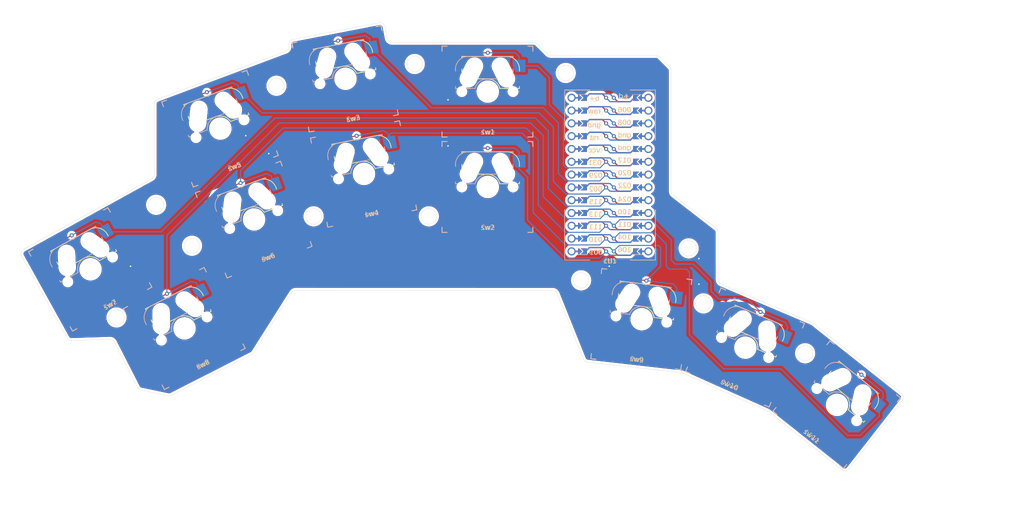
<source format=kicad_pcb>
(kicad_pcb (version 20241229) (generator "pcbnew") (generator_version "9.0")
  (layers (0 "F.Cu" signal) (2 "B.Cu" signal) (13 "F.Paste" user) (15 "B.Paste" user) (5 "F.SilkS" user "F.Silkscreen") (7 "B.SilkS" user "B.Silkscreen") (1 "F.Mask" user) (3 "B.Mask" user) (25 "Edge.Cuts" user))
  (net 0 "")
  (net 1 "sw2")
  (net 2 "sw1")
  (net 3 "sw3")
  (net 4 "sw4")
  (net 5 "sw5")
  (net 6 "gnd")
  (net 7 "sw7")
  (net 8 "sw8")
  (net 9 "sw6")
  (net 10 "sw9")
  (net 11 "sw10")
  (net 12 "sw11")
  (footprint "Library:MXHotSwapSwitch" (layer "F.Cu") (at 95.599921 49.474071 11)
    (property "Reference" "sw3" (hide yes))
    (property "Value" "~")
  )
  (footprint "Library:MXHotSwapSwitch" (layer "F.Cu") (at 72.11762 58.97966 20.36)
    (property "Reference" "sw5" (hide yes))
    (property "Value" "~")
  )
  (footprint "Library:MXHotSwapSwitch" (layer "F.Cu") (at 122.198037 71.098162)
    (property "Reference" "sw2" (hide yes))
    (property "Value" "~")
  )
  (footprint "Library:MXHotSwapSwitch" (layer "F.Cu") (at 151.684188 97.274138 -7)
    (property "Reference" "sw9" (hide yes))
    (property "Value" "~")
  )
  (footprint "Library:MXHotSwapSwitch" (layer "F.Cu") (at 186.083381 112.424457 -39)
    (property "Reference" "sw11" (hide yes))
    (property "Value" "~")
  )
  (footprint "Library:MXHotSwapSwitch" (layer "F.Cu") (at 47.5297 86.35309 29)
    (property "Reference" "sw7" (hide yes))
    (property "Value" "~")
  )
  (footprint "Library:MXHotSwapSwitch" (layer "F.Cu") (at 169.952023 102.301415 -23)
    (property "Reference" "sw10" (hide yes))
    (property "Value" "~")
  )
  (footprint "Library:MXHotSwapSwitch" (layer "F.Cu") (at 65.922541 98.221492 27)
    (property "Reference" "sw8" (hide yes))
    (property "Value" "~")
  )
  (footprint "Library:Nice!Nano" (layer "F.Cu") (at 146.452 78.26)
    (property "Reference" "ctl1" (hide yes))
    (property "Value" "Nice!Nano")
  )
  (footprint "Library:MXHotSwapSwitch" (layer "F.Cu") (at 122.198037 52.173162)
    (property "Reference" "sw1" (hide yes))
    (property "Value" "~")
  )
  (footprint "Library:MXHotSwapSwitch" (layer "F.Cu") (at 99.269178 68.350761 11)
    (property "Reference" "sw4" (hide yes))
    (property "Value" "~")
  )
  (footprint "Library:MXHotSwapSwitch" (layer "F.Cu") (at 78.808076 77.008269 20.36)
    (property "Reference" "sw6" (hide yes))
    (property "Value" "~")
  )
  (gr_arc (start 158.984624 64.100323) (mid 158.701269 63.75059) (end 158.6 63.312089) (stroke (width 0.05)) (layer "Edge.Cuts"))
  (gr_arc (start 160.645984 99.382534) (mid 160.796855 99.411514) (end 160.941472 99.463246) (stroke (width 0.05)) (layer "Edge.Cuts"))
  (gr_arc (start 131.2858 33.8) (mid 131.668469 33.87612) (end 131.996062 34.096062) (stroke (width 0.05)) (layer "Edge.Cuts"))
  (gr_line (start 102.24271 32.990807) (end 101.794229 30.683549) (stroke (width 0.05)) (layer "Edge.Cuts"))
  (gr_arc (start 158.3071 38.7071) (mid 158.52388 39.03153) (end 158.6 39.414214) (stroke (width 0.05)) (layer "Edge.Cuts"))
  (gr_arc (start 53.378175 102.800263) (mid 52.969362 102.610836) (end 52.700823 102.291764) (stroke (width 0.05)) (layer "Edge.Cuts"))
  (gr_arc (start 134.7142 36.4) (mid 134.331531 36.32388) (end 134.0101 36.1101) (stroke (width 0.05)) (layer "Edge.Cuts"))
  (gr_circle (center 137.668 39.878) (end 136.144 39.878) (stroke (width 0.05)) (fill no) (layer "Edge.Cuts"))
  (gr_circle (center 87.63 68.326) (end 86.106 68.326) (stroke (width 0.05)) (fill no) (layer "Edge.Cuts"))
  (gr_line (start 59.414237 103.839778) (end 75.401699 95.688154) (stroke (width 0.05)) (layer "Edge.Cuts"))
  (gr_circle (center 56.388 66.04) (end 54.864 66.04) (stroke (width 0.05)) (fill no) (layer "Edge.Cuts"))
  (gr_arc (start 204.322776 103.48115) (mid 204.694606 104.147743) (end 204.489085 104.880891) (stroke (width 0.05)) (layer "Edge.Cuts"))
  (gr_arc (start 56.000002 46.0287) (mid 56.178283 45.458808) (end 56.641759 45.095004) (stroke (width 0.05)) (layer "Edge.Cuts"))
  (gr_line (start 82.728151 34.381522) (end 82.739045 34.437564) (stroke (width 0.05)) (layer "Edge.Cuts"))
  (gr_line (start 100.622249 29.89264) (end 83.510445 33.210749) (stroke (width 0.05)) (layer "Edge.Cuts"))
  (gr_arc (start 186.510246 89.395446) (mid 186.630104 89.45611) (end 186.648906 89.467549) (stroke (width 0.05)) (layer "Edge.Cuts"))
  (gr_arc (start 75.75788 95.350596) (mid 75.571893 95.567918) (end 75.401699 95.688154) (stroke (width 0.05)) (layer "Edge.Cuts"))
  (gr_line (start 193.86881 118.45605) (end 204.489085 104.880891) (stroke (width 0.05)) (layer "Edge.Cuts"))
  (gr_arc (start 83.281665 83.465196) (mid 83.644404 83.124015) (end 84.126774 83.000112) (stroke (width 0.05)) (layer "Edge.Cuts"))
  (gr_line (start 204.322776 103.48115) (end 186.648906 89.467549) (stroke (width 0.05)) (layer "Edge.Cuts"))
  (gr_circle (center 185.166 95.504) (end 183.642 95.504) (stroke (width 0.05)) (fill no) (layer "Edge.Cuts"))
  (gr_line (start 131.2858 33.8) (end 103.2243 33.8) (stroke (width 0.05)) (layer "Edge.Cuts"))
  (gr_line (start 55.482908 60.855735) (end 30.077009 74.866354) (stroke (width 0.05)) (layer "Edge.Cuts"))
  (gr_line (start 177.901277 107.080463) (end 192.467202 118.629343) (stroke (width 0.05)) (layer "Edge.Cuts"))
  (gr_line (start 134.7142 36.4) (end 155.5858 36.4) (stroke (width 0.05)) (layer "Edge.Cuts"))
  (gr_line (start 39.611627 92.979612) (end 47.164676 92.721694) (stroke (width 0.05)) (layer "Edge.Cuts"))
  (gr_arc (start 59.414237 103.839778) (mid 59.092027 103.940144) (end 58.754785 103.927617) (stroke (width 0.05)) (layer "Edge.Cuts"))
  (gr_arc (start 47.164676 92.721694) (mid 47.70616 92.85938) (end 48.089255 93.266123) (stroke (width 0.05)) (layer "Edge.Cuts"))
  (gr_arc (start 100.622249 29.89264) (mid 101.371993 30.045445) (end 101.794229 30.683549) (stroke (width 0.05)) (layer "Edge.Cuts"))
  (gr_circle (center 140.716 81.026) (end 139.192 81.026) (stroke (width 0.05)) (fill no) (layer "Edge.Cuts"))
  (gr_line (start 167.512041 70.699756) (end 158.984624 64.100323) (stroke (width 0.05)) (layer "Edge.Cuts"))
  (gr_line (start 48.089255 93.266123) (end 52.700823 102.291764) (stroke (width 0.05)) (layer "Edge.Cuts"))
  (gr_arc (start 193.86881 118.45605) (mid 193.200058 118.832798) (end 192.467202 118.629343) (stroke (width 0.05)) (layer "Edge.Cuts"))
  (gr_arc (start 135.024204 83.0105) (mid 135.584095 83.182071) (end 135.953888 83.642657) (stroke (width 0.05)) (layer "Edge.Cuts"))
  (gr_line (start 168.509508 81.758668) (end 186.510246 89.395446) (stroke (width 0.05)) (layer "Edge.Cuts"))
  (gr_circle (center 165 85.6) (end 163.476 85.6) (stroke (width 0.05)) (fill no) (layer "Edge.Cuts"))
  (gr_arc (start 82.739045 34.437564) (mid 82.630004 35.11696) (end 82.097618 35.56889) (stroke (width 0.05)) (layer "Edge.Cuts"))
  (gr_arc (start 167.512041 70.699756) (mid 167.797784 71.050146) (end 167.9 71.485309) (stroke (width 0.05)) (layer "Edge.Cuts"))
  (gr_arc (start 168.509508 81.758668) (mid 168.066148 81.390027) (end 167.9 80.838) (stroke (width 0.05)) (layer "Edge.Cuts"))
  (gr_line (start 131.996062 34.096062) (end 134.0101 36.1101) (stroke (width 0.05)) (layer "Edge.Cuts"))
  (gr_line (start 53.378175 102.800263) (end 58.754785 103.927617) (stroke (width 0.05)) (layer "Edge.Cuts"))
  (gr_circle (center 110.49 68.326) (end 108.966 68.326) (stroke (width 0.05)) (fill no) (layer "Edge.Cuts"))
  (gr_line (start 141.992821 97.267227) (end 160.645984 99.382534) (stroke (width 0.05)) (layer "Edge.Cuts"))
  (gr_line (start 135.953888 83.642657) (end 141.179766 96.651759) (stroke (width 0.05)) (layer "Edge.Cuts"))
  (gr_circle (center 48.514 88.392) (end 46.99 88.392) (stroke (width 0.05)) (fill no) (layer "Edge.Cuts"))
  (gr_line (start 135.024204 83.0105) (end 84.126774 83.000112) (stroke (width 0.05)) (layer "Edge.Cuts"))
  (gr_arc (start 155.5858 36.4) (mid 155.968469 36.47612) (end 156.296062 36.696062) (stroke (width 0.05)) (layer "Edge.Cuts"))
  (gr_circle (center 107.696 38.1) (end 106.172 38.1) (stroke (width 0.05)) (fill no) (layer "Edge.Cuts"))
  (gr_arc (start 82.728151 34.381522) (mid 82.88087 33.631341) (end 83.510445 33.210749) (stroke (width 0.05)) (layer "Edge.Cuts"))
  (gr_line (start 156.296062 36.696062) (end 158.3071 38.7071) (stroke (width 0.05)) (layer "Edge.Cuts"))
  (gr_arc (start 103.2243 33.8) (mid 102.588238 33.571638) (end 102.24271 32.990807) (stroke (width 0.05)) (layer "Edge.Cuts"))
  (gr_arc (start 29.685639 76.227451) (mid 29.598692 75.466183) (end 30.077009 74.866354) (stroke (width 0.05)) (layer "Edge.Cuts"))
  (gr_arc (start 39.611627 92.979612) (mid 39.084746 92.850352) (end 38.705655 92.469967) (stroke (width 0.05)) (layer "Edge.Cuts"))
  (gr_circle (center 63.5 74.168) (end 61.976 74.168) (stroke (width 0.05)) (fill no) (layer "Edge.Cuts"))
  (gr_line (start 75.75788 95.350596) (end 83.281665 83.465196) (stroke (width 0.05)) (layer "Edge.Cuts"))
  (gr_arc (start 56 59.9801) (mid 55.861091 60.488551) (end 55.482908 60.855735) (stroke (width 0.05)) (layer "Edge.Cuts"))
  (gr_circle (center 162.052 74.676) (end 160.528 74.676) (stroke (width 0.05)) (fill no) (layer "Edge.Cuts"))
  (gr_circle (center 80.264 42.418) (end 78.74 42.418) (stroke (width 0.05)) (fill no) (layer "Edge.Cuts"))
  (gr_line (start 29.685639 76.227451) (end 38.705655 92.469967) (stroke (width 0.05)) (layer "Edge.Cuts"))
  (gr_line (start 82.097618 35.56889) (end 56.641759 45.095004) (stroke (width 0.05)) (layer "Edge.Cuts"))
  (gr_line (start 158.6 39.414214) (end 158.6 63.312089) (stroke (width 0.05)) (layer "Edge.Cuts"))
  (gr_arc (start 141.992821 97.267227) (mid 141.499647 97.069156) (end 141.179766 96.651759) (stroke (width 0.05)) (layer "Edge.Cuts"))
  (gr_line (start 56.000002 46.0287) (end 56 59.9801) (stroke (width 0.05)) (layer "Edge.Cuts"))
  (gr_arc (start 177.684817 106.948506) (mid 177.795888 107.006771) (end 177.901277 107.080463) (stroke (width 0.05)) (layer "Edge.Cuts"))
  (gr_line (start 167.9 80.838) (end 167.9 71.485309) (stroke (width 0.05)) (layer "Edge.Cuts"))
  (gr_line (start 160.941472 99.463246) (end 177.684817 106.948506) (stroke (width 0.05)) (layer "Edge.Cuts"))
  (segment (start 145.678 75.279) (end 144.357 76.6) (width 0.2) (layer "B.Cu") (net 1))
  (segment (start 128.418037 56.618037) (end 128.418037 57.418161) (width 0.2) (layer "B.Cu") (net 1))
  (segment (start 137.6 76.6) (end 130.1 69.1) (width 0.2) (layer "B.Cu") (net 1))
  (segment (start 144.357 76.6) (end 137.6 76.6) (width 0.2) (layer "B.Cu") (net 1))
  (segment (start 130.1 60.6) (end 128.398037 58.898037) (width 0.2) (layer "B.Cu") (net 1))
  (segment (start 130.1 69.1) (end 130.1 60.6) (width 0.2) (layer "B.Cu") (net 1))
  (segment (start 128.398037 58.898037) (end 128.398037 56.698162) (width 0.2) (layer "B.Cu") (net 1))
  (segment (start 128.418037 38.493161) (end 132.093161 38.493161) (width 0.2) (layer "B.Cu") (net 2))
  (segment (start 137.2 49) (end 137.2 58.2) (width 0.2) (layer "B.Cu") (net 2))
  (segment (start 132.093161 38.493161) (end 134.4 40.8) (width 0.2) (layer "B.Cu") (net 2))
  (segment (start 137.7 58.7) (end 144.477 58.7) (width 0.2) (layer "B.Cu") (net 2))
  (segment (start 144.477 58.7) (end 145.678 57.499) (width 0.2) (layer "B.Cu") (net 2))
  (segment (start 134.4 40.8) (end 134.4 46.2) (width 0.2) (layer "B.Cu") (net 2))
  (segment (start 134.4 46.2) (end 137.2 49) (width 0.2) (layer "B.Cu") (net 2))
  (segment (start 137.2 58.2) (end 137.7 58.7) (width 0.2) (layer "B.Cu") (net 2))
  (segment (start 136.2 59.8) (end 137.7 61.3) (width 0.2) (layer "B.Cu") (net 3))
  (segment (start 137.7 61.3) (end 144.417 61.3) (width 0.2) (layer "B.Cu") (net 3))
  (segment (start 98.957441 34.720645) (end 111.036797 46.8) (width 0.2) (layer "B.Cu") (net 3))
  (segment (start 133.2 46.8) (end 136.2 49.8) (width 0.2) (layer "B.Cu") (net 3))
  (segment (start 136.2 49.8) (end 136.2 59.8) (width 0.2) (layer "B.Cu") (net 3))
  (segment (start 144.417 61.3) (end 145.678 60.039) (width 0.2) (layer "B.Cu") (net 3))
  (segment (start 98.957441 34.253785) (end 98.957441 34.720645) (width 0.2) (layer "B.Cu") (net 3))
  (segment (start 111.036797 46.8) (end 133.2 46.8) (width 0.2) (layer "B.Cu") (net 3))
  (segment (start 129 51.8) (end 131.2 54) (width 0.2) (layer "B.Cu") (net 4))
  (segment (start 144.4 74) (end 137.6 74) (width 0.2) (layer "B.Cu") (net 4))
  (segment (start 102.764632 53.735268) (end 102.764632 52) (width 0.2) (layer "B.Cu") (net 4))
  (segment (start 145.678 72.739) (end 145.661 72.739) (width 0.2) (layer "B.Cu") (net 4))
  (segment (start 131.2 67.6) (end 137.6 74) (width 0.2) (layer "B.Cu") (net 4))
  (segment (start 145.661 72.739) (end 145 73.4) (width 0.2) (layer "B.Cu") (net 4))
  (segment (start 131.2 54) (end 131.2 67.6) (width 0.2) (layer "B.Cu") (net 4))
  (segment (start 102.764632 52) (end 102.964632 51.8) (width 0.2) (layer "B.Cu") (net 4))
  (segment (start 145 73.4) (end 144.4 74) (width 0.2) (layer "B.Cu") (net 4))
  (segment (start 102.964632 51.8) (end 129 51.8) (width 0.2) (layer "B.Cu") (net 4))
  (segment (start 144.357 63.9) (end 145.678 62.579) (width 0.2) (layer "B.Cu") (net 5))
  (segment (start 135.2 50.6) (end 135.2 61.4) (width 0.2) (layer "B.Cu") (net 5))
  (segment (start 132.4 47.8) (end 135.2 50.6) (width 0.2) (layer "B.Cu") (net 5))
  (segment (start 137.7 63.9) (end 144.357 63.9) (width 0.2) (layer "B.Cu") (net 5))
  (segment (start 77.398053 47.8) (end 78 47.8) (width 0.2) (layer "B.Cu") (net 5))
  (segment (start 135.2 61.4) (end 137.7 63.9) (width 0.2) (layer "B.Cu") (net 5))
  (segment (start 78 47.8) (end 132.4 47.8) (width 0.2) (layer "B.Cu") (net 5))
  (segment (start 72.920262 43.322209) (end 77.398053 47.8) (width 0.2) (layer "B.Cu") (net 5))
  (via (at 114.3 54.356) (size 0.6) (drill 0.3) (layers "F.Cu" "B.Cu") (net 6))
  (via (at 146.304 78.232) (size 0.6) (drill 0.3) (layers "F.Cu" "B.Cu") (net 6))
  (via (at 74.168 52.324) (size 0.6) (drill 0.3) (layers "F.Cu" "B.Cu") (net 6))
  (via (at 164.084 81.788) (size 0.6) (drill 0.3) (layers "F.Cu" "B.Cu") (net 6))
  (via (at 164.084 76.708) (size 0.6) (drill 0.3) (layers "F.Cu" "B.Cu") (net 6))
  (via (at 114.3 45.212) (size 0.6) (drill 0.3) (layers "F.Cu" "B.Cu") (net 6))
  (via (at 78.74 55.88) (size 0.6) (drill 0.3) (layers "F.Cu" "B.Cu") (net 6))
  (via (at 51.308 78.232) (size 0.6) (drill 0.3) (layers "F.Cu" "B.Cu") (net 6))
  (segment (start 57.4 71.4) (end 80 48.8) (width 0.2) (layer "B.Cu") (net 7))
  (segment (start 80 48.8) (end 131.6 48.8) (width 0.2) (layer "B.Cu") (net 7))
  (segment (start 134.2 62.8) (end 137.7 66.3) (width 0.2) (layer "B.Cu") (net 7))
  (segment (start 134.2 51.4) (end 134.2 62.8) (width 0.2) (layer "B.Cu") (net 7))
  (segment (start 131.6 48.8) (end 134.2 51.4) (width 0.2) (layer "B.Cu") (net 7))
  (segment (start 137.7 66.3) (end 144.5 66.3) (width 0.2) (layer "B.Cu") (net 7))
  (segment (start 145.678 65.122) (end 145.678 65.119) (width 0.2) (layer "B.Cu") (net 7))
  (segment (start 46.364862 71.4) (end 57.4 71.4) (width 0.2) (layer "B.Cu") (net 7))
  (segment (start 144.5 66.3) (end 145.678 65.122) (width 0.2) (layer "B.Cu") (net 7))
  (segment (start 64.909318 65.690682) (end 65.425 65.175) (width 0.2) (layer "B.Cu") (net 8))
  (segment (start 65.425 65.175) (end 80.8 49.8) (width 0.2) (layer "B.Cu") (net 8))
  (segment (start 130.7 49.8) (end 133.2 52.3) (width 0.2) (layer "B.Cu") (net 8))
  (segment (start 137.6 68.8) (end 144.5 68.8) (width 0.2) (layer "B.Cu") (net 8))
  (segment (start 80.8 49.8) (end 130.7 49.8) (width 0.2) (layer "B.Cu") (net 8))
  (segment (start 64.909318 65.690682) (end 58.522496 72.077504) (width 0.2) (layer "B.Cu") (net 8))
  (segment (start 145.641 67.659) (end 145.678 67.659) (width 0.2) (layer "B.Cu") (net 8))
  (segment (start 58.522496 72.077504) (end 58.522496 83.698086) (width 0.2) (layer "B.Cu") (net 8))
  (segment (start 144.5 68.8) (end 145.641 67.659) (width 0.2) (layer "B.Cu") (net 8))
  (segment (start 133.2 64.4) (end 137.6 68.8) (width 0.2) (layer "B.Cu") (net 8))
  (segment (start 133.2 52.3) (end 133.2 64.4) (width 0.2) (layer "B.Cu") (net 8))
  (segment (start 137.6 71.5) (end 132.2 66.1) (width 0.2) (layer "B.Cu") (net 9))
  (segment (start 132.2 53.2) (end 129.8 50.8) (width 0.2) (layer "B.Cu") (net 9))
  (segment (start 144.377 71.5) (end 137.6 71.5) (width 0.2) (layer "B.Cu") (net 9))
  (segment (start 81.6 50.8) (end 73.137019 59.262981) (width 0.2) (layer "B.Cu") (net 9))
  (segment (start 132.2 66.1) (end 132.2 53.2) (width 0.2) (layer "B.Cu") (net 9))
  (segment (start 129.8 50.8) (end 81.6 50.8) (width 0.2) (layer "B.Cu") (net 9))
  (segment (start 145.678 70.199) (end 144.377 71.5) (width 0.2) (layer "B.Cu") (net 9))
  (segment (start 73.137019 59.262981) (end 73.137019 61.72661) (width 0.2) (layer "B.Cu") (net 9))
  (segment (start 148.3 74.1) (end 156.1 74.1) (width 0.2) (layer "B.Cu") (net 10))
  (segment (start 153.670658 81.095636) (end 156.5 78.266294) (width 0.2) (layer "B.Cu") (net 10))
  (segment (start 156.5 78.266294) (end 156.5 77.7) (width 0.2) (layer "B.Cu") (net 10))
  (segment (start 147.202 75.279) (end 147.202 75.198) (width 0.2) (layer "B.Cu") (net 10))
  (segment (start 147.202 75.198) (end 148.3 74.1) (width 0.2) (layer "B.Cu") (net 10))
  (segment (start 156.5 77.7) (end 156.5 74.5) (width 0.2) (layer "B.Cu") (net 10))
  (segment (start 156.1 74.1) (end 156.2 74.2) (width 0.2) (layer "B.Cu") (net 10))
  (segment (start 156.5 74.5) (end 156.2 74.2) (width 0.2) (layer "B.Cu") (net 10))
  (segment (start 158.6 73) (end 158.6 77) (width 0.2) (layer "B.Cu") (net 11))
  (segment (start 168 84.7) (end 173.723754 84.7) (width 0.2) (layer "B.Cu") (net 11))
  (segment (start 173.723754 84.7) (end 176.32094 87.297186) (width 0.2) (layer "B.Cu") (net 11))
  (segment (start 154.6 69) (end 158.6 73) (width 0.2) (layer "B.Cu") (net 11))
  (segment (start 147.202 70.199) (end 148.401 69) (width 0.2) (layer "B.Cu") (net 11))
  (segment (start 159.4 77.8) (end 163 77.8) (width 0.2) (layer "B.Cu") (net 11))
  (segment (start 166.5 81.3) (end 166.5 83.2) (width 0.2) (layer "B.Cu") (net 11))
  (segment (start 148.401 69) (end 154.6 69) (width 0.2) (layer "B.Cu") (net 11))
  (segment (start 163 77.8) (end 166.5 81.3) (width 0.2) (layer "B.Cu") (net 11))
  (segment (start 158.6 77) (end 159.4 77.8) (width 0.2) (layer "B.Cu") (net 11))
  (segment (start 166.5 83.2) (end 168 84.7) (width 0.2) (layer "B.Cu") (net 11))
  (segment (start 157.6 73.817466) (end 157.6 78.15) (width 0.2) (layer "B.Cu") (net 12))
  (segment (start 169 98.6) (end 180.4 98.6) (width 0.2) (layer "B.Cu") (net 12))
  (segment (start 155.382534 71.6) (end 157.6 73.817466) (width 0.2) (layer "B.Cu") (net 12))
  (segment (start 199.900969 107.999031) (end 199.900969 105.213055) (width 0.2) (layer "B.Cu") (net 12))
  (segment (start 196.1 111.8) (end 199.900969 107.999031) (width 0.2) (layer "B.Cu") (net 12))
  (segment (start 180.4 98.6) (end 193.6 111.8) (width 0.2) (layer "B.Cu") (net 12))
  (segment (start 193.6 111.8) (end 196.1 111.8) (width 0.2) (layer "B.Cu") (net 12))
  (segment (start 161.6 78.8) (end 162.2 79.4) (width 0.2) (layer "B.Cu") (net 12))
  (segment (start 148.341 71.6) (end 155.382534 71.6) (width 0.2) (layer "B.Cu") (net 12))
  (segment (start 158.25 78.8) (end 161.6 78.8) (width 0.2) (layer "B.Cu") (net 12))
  (segment (start 147.202 72.739) (end 148.341 71.6) (width 0.2) (layer "B.Cu") (net 12))
  (segment (start 157.6 78.15) (end 158.25 78.8) (width 0.2) (layer "B.Cu") (net 12))
  (segment (start 162.2 79.4) (end 162.2 91.8) (width 0.2) (layer "B.Cu") (net 12))
  (segment (start 162.2 91.8) (end 169 98.6) (width 0.2) (layer "B.Cu") (net 12))
  (zone (net 6) (net_name "gnd") (layers "F.Cu" "B.Cu") (connect_pads yes (clearance 0.5)) (min_thickness 0.25) (fill yes (thermal_gap 0.5) (thermal_bridge_width 0.5) (smoothing fillet) (radius 1))
    (polygon (pts (xy 228.6 127) (xy 25.4 127) (xy 25.4 25.4) (xy 228.6 25.4)))
  )
)
</source>
